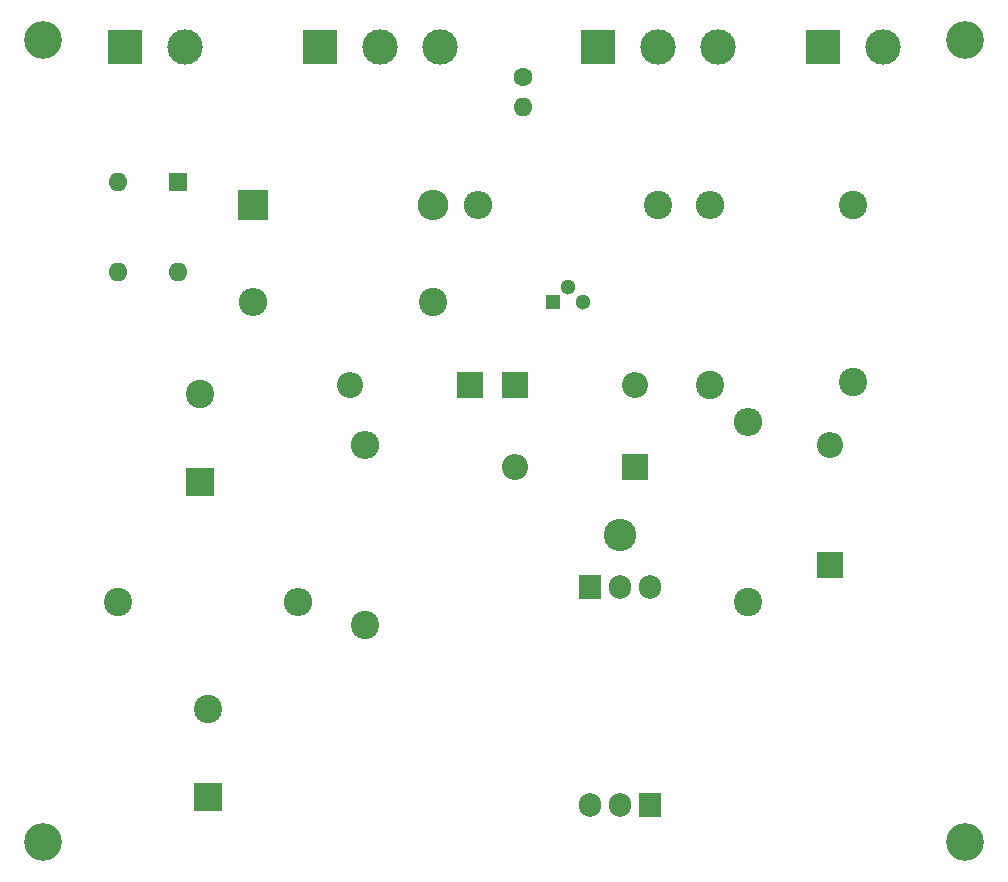
<source format=gbr>
%TF.GenerationSoftware,KiCad,Pcbnew,(5.1.12-1-10_14)*%
%TF.CreationDate,2022-01-02T10:15:02-08:00*%
%TF.ProjectId,bias-supply,62696173-2d73-4757-9070-6c792e6b6963,1.0*%
%TF.SameCoordinates,Original*%
%TF.FileFunction,Soldermask,Top*%
%TF.FilePolarity,Negative*%
%FSLAX46Y46*%
G04 Gerber Fmt 4.6, Leading zero omitted, Abs format (unit mm)*
G04 Created by KiCad (PCBNEW (5.1.12-1-10_14)) date 2022-01-02 10:15:02*
%MOMM*%
%LPD*%
G01*
G04 APERTURE LIST*
%ADD10C,3.200000*%
%ADD11O,1.600000X1.600000*%
%ADD12C,1.600000*%
%ADD13C,2.750000*%
%ADD14R,2.400000X2.400000*%
%ADD15C,2.400000*%
%ADD16R,1.600000X1.600000*%
%ADD17R,2.600000X2.600000*%
%ADD18O,2.600000X2.600000*%
%ADD19R,2.200000X2.200000*%
%ADD20O,2.200000X2.200000*%
%ADD21R,3.000000X3.000000*%
%ADD22C,3.000000*%
%ADD23R,1.905000X2.000000*%
%ADD24O,1.905000X2.000000*%
%ADD25C,1.300000*%
%ADD26R,1.300000X1.300000*%
%ADD27O,2.400000X2.400000*%
G04 APERTURE END LIST*
D10*
%TO.C,REF\u002A\u002A*%
X177165000Y-131445000D03*
%TD*%
%TO.C,REF\u002A\u002A*%
X99060000Y-131445000D03*
%TD*%
%TO.C,REF\u002A\u002A*%
X99060000Y-63500000D03*
%TD*%
%TO.C,REF\u002A\u002A*%
X177165000Y-63500000D03*
%TD*%
D11*
%TO.C,R7*%
X139700000Y-69215000D03*
D12*
X139700000Y-66675000D03*
%TD*%
D13*
%TO.C,REF\u002A\u002A*%
X147955000Y-105410000D03*
%TD*%
D14*
%TO.C,C1*%
X112395000Y-100965000D03*
D15*
X112395000Y-93465000D03*
%TD*%
%TO.C,C2*%
X113030000Y-120135000D03*
D14*
X113030000Y-127635000D03*
%TD*%
D15*
%TO.C,C3*%
X167640000Y-77470000D03*
X167640000Y-92470000D03*
%TD*%
D11*
%TO.C,D1*%
X110490000Y-83185000D03*
X105410000Y-75565000D03*
X105410000Y-83185000D03*
D16*
X110490000Y-75565000D03*
%TD*%
D17*
%TO.C,D2*%
X116840000Y-77470000D03*
D18*
X132080000Y-77470000D03*
%TD*%
D19*
%TO.C,D3*%
X135255000Y-92710000D03*
D20*
X125095000Y-92710000D03*
%TD*%
%TO.C,D4*%
X139065000Y-99695000D03*
D19*
X149225000Y-99695000D03*
%TD*%
%TO.C,D5*%
X139065000Y-92710000D03*
D20*
X149225000Y-92710000D03*
%TD*%
%TO.C,D6*%
X165735000Y-97790000D03*
D19*
X165735000Y-107950000D03*
%TD*%
D21*
%TO.C,J1*%
X106045000Y-64135000D03*
D22*
X111125000Y-64135000D03*
%TD*%
D23*
%TO.C,Q1*%
X145415000Y-109855000D03*
D24*
X147955000Y-109855000D03*
X150495000Y-109855000D03*
%TD*%
%TO.C,Q2*%
X145415000Y-128270000D03*
X147955000Y-128270000D03*
D23*
X150495000Y-128270000D03*
%TD*%
D25*
%TO.C,Q3*%
X143520000Y-84455000D03*
X144780000Y-85725000D03*
D26*
X142240000Y-85725000D03*
%TD*%
D15*
%TO.C,R1*%
X105410000Y-111125000D03*
D27*
X120650000Y-111125000D03*
%TD*%
%TO.C,R2*%
X126365000Y-97790000D03*
D15*
X126365000Y-113030000D03*
%TD*%
%TO.C,R3*%
X132080000Y-85725000D03*
D27*
X116840000Y-85725000D03*
%TD*%
%TO.C,R4*%
X135890000Y-77470000D03*
D15*
X151130000Y-77470000D03*
%TD*%
%TO.C,R5*%
X155575000Y-92710000D03*
D27*
X155575000Y-77470000D03*
%TD*%
%TO.C,R6*%
X158750000Y-95885000D03*
D15*
X158750000Y-111125000D03*
%TD*%
D21*
%TO.C,RV1*%
X122555000Y-64135000D03*
D22*
X127635000Y-64135000D03*
X132715000Y-64135000D03*
%TD*%
D21*
%TO.C,J3*%
X165100000Y-64135000D03*
D22*
X170180000Y-64135000D03*
%TD*%
D21*
%TO.C,J2*%
X146050000Y-64135000D03*
D22*
X151130000Y-64135000D03*
X156210000Y-64135000D03*
%TD*%
M02*

</source>
